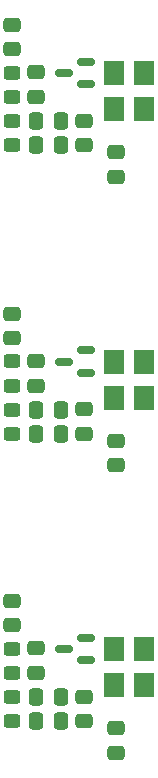
<source format=gbr>
%TF.GenerationSoftware,KiCad,Pcbnew,(6.0.4)*%
%TF.CreationDate,2022-07-15T22:22:15+03:00*%
%TF.ProjectId,panelized,70616e65-6c69-47a6-9564-2e6b69636164,rev?*%
%TF.SameCoordinates,Original*%
%TF.FileFunction,Paste,Top*%
%TF.FilePolarity,Positive*%
%FSLAX46Y46*%
G04 Gerber Fmt 4.6, Leading zero omitted, Abs format (unit mm)*
G04 Created by KiCad (PCBNEW (6.0.4)) date 2022-07-15 22:22:15*
%MOMM*%
%LPD*%
G01*
G04 APERTURE LIST*
G04 Aperture macros list*
%AMRoundRect*
0 Rectangle with rounded corners*
0 $1 Rounding radius*
0 $2 $3 $4 $5 $6 $7 $8 $9 X,Y pos of 4 corners*
0 Add a 4 corners polygon primitive as box body*
4,1,4,$2,$3,$4,$5,$6,$7,$8,$9,$2,$3,0*
0 Add four circle primitives for the rounded corners*
1,1,$1+$1,$2,$3*
1,1,$1+$1,$4,$5*
1,1,$1+$1,$6,$7*
1,1,$1+$1,$8,$9*
0 Add four rect primitives between the rounded corners*
20,1,$1+$1,$2,$3,$4,$5,0*
20,1,$1+$1,$4,$5,$6,$7,0*
20,1,$1+$1,$6,$7,$8,$9,0*
20,1,$1+$1,$8,$9,$2,$3,0*%
G04 Aperture macros list end*
%ADD10RoundRect,0.250000X0.450000X-0.325000X0.450000X0.325000X-0.450000X0.325000X-0.450000X-0.325000X0*%
%ADD11R,1.800000X2.100000*%
%ADD12RoundRect,0.250000X0.337500X0.475000X-0.337500X0.475000X-0.337500X-0.475000X0.337500X-0.475000X0*%
%ADD13RoundRect,0.250000X-0.475000X0.337500X-0.475000X-0.337500X0.475000X-0.337500X0.475000X0.337500X0*%
%ADD14RoundRect,0.150000X0.587500X0.150000X-0.587500X0.150000X-0.587500X-0.150000X0.587500X-0.150000X0*%
%ADD15RoundRect,0.250000X-0.337500X-0.475000X0.337500X-0.475000X0.337500X0.475000X-0.337500X0.475000X0*%
%ADD16RoundRect,0.250000X0.475000X-0.337500X0.475000X0.337500X-0.475000X0.337500X-0.475000X-0.337500X0*%
G04 APERTURE END LIST*
D10*
%TO.C,L1*%
X90300900Y-91734100D03*
X90300900Y-89684100D03*
%TD*%
D11*
%TO.C,Y1*%
X98936900Y-85620100D03*
X98936900Y-88720100D03*
X101436900Y-88720100D03*
X101436900Y-85620100D03*
%TD*%
D12*
%TO.C,C1*%
X94407900Y-91716100D03*
X92332900Y-91716100D03*
%TD*%
D13*
%TO.C,C2*%
X92332900Y-85577100D03*
X92332900Y-87652100D03*
%TD*%
D14*
%TO.C,Q1*%
X96572400Y-86570100D03*
X96572400Y-84670100D03*
X94697400Y-85620100D03*
%TD*%
D15*
%TO.C,RP1*%
X92311400Y-89684100D03*
X94386400Y-89684100D03*
%TD*%
D16*
%TO.C,C3*%
X90300900Y-83631100D03*
X90300900Y-81556100D03*
%TD*%
D10*
%TO.C,L2*%
X90300900Y-87652100D03*
X90300900Y-85602100D03*
%TD*%
D13*
%TO.C,CP1*%
X96396900Y-89662600D03*
X96396900Y-91737600D03*
%TD*%
D16*
%TO.C,R1*%
X99089300Y-94404600D03*
X99089300Y-92329600D03*
%TD*%
D10*
%TO.C,L2*%
X90294045Y-112106376D03*
X90294045Y-110056376D03*
%TD*%
%TO.C,L1*%
X90294045Y-116188376D03*
X90294045Y-114138376D03*
%TD*%
D11*
%TO.C,Y1*%
X98930045Y-110074376D03*
X98930045Y-113174376D03*
X101430045Y-113174376D03*
X101430045Y-110074376D03*
%TD*%
D12*
%TO.C,C1*%
X94401045Y-116170376D03*
X92326045Y-116170376D03*
%TD*%
D13*
%TO.C,CP1*%
X96390045Y-114116876D03*
X96390045Y-116191876D03*
%TD*%
%TO.C,C2*%
X92326045Y-110031376D03*
X92326045Y-112106376D03*
%TD*%
D14*
%TO.C,Q1*%
X96565545Y-111024376D03*
X96565545Y-109124376D03*
X94690545Y-110074376D03*
%TD*%
D16*
%TO.C,R1*%
X99082445Y-118858876D03*
X99082445Y-116783876D03*
%TD*%
D15*
%TO.C,RP1*%
X92304545Y-114138376D03*
X94379545Y-114138376D03*
%TD*%
D16*
%TO.C,C3*%
X90294045Y-108085376D03*
X90294045Y-106010376D03*
%TD*%
D10*
%TO.C,L2*%
X90299300Y-136416950D03*
X90299300Y-134366950D03*
%TD*%
D16*
%TO.C,R1*%
X99087700Y-143169450D03*
X99087700Y-141094450D03*
%TD*%
D14*
%TO.C,Q1*%
X96570800Y-135334950D03*
X96570800Y-133434950D03*
X94695800Y-134384950D03*
%TD*%
D10*
%TO.C,L1*%
X90299300Y-140498950D03*
X90299300Y-138448950D03*
%TD*%
D15*
%TO.C,RP1*%
X92309800Y-138448950D03*
X94384800Y-138448950D03*
%TD*%
D11*
%TO.C,Y1*%
X98935300Y-134384950D03*
X98935300Y-137484950D03*
X101435300Y-137484950D03*
X101435300Y-134384950D03*
%TD*%
D12*
%TO.C,C1*%
X94406300Y-140480950D03*
X92331300Y-140480950D03*
%TD*%
D13*
%TO.C,CP1*%
X96395300Y-138427450D03*
X96395300Y-140502450D03*
%TD*%
%TO.C,C2*%
X92331300Y-134341950D03*
X92331300Y-136416950D03*
%TD*%
D16*
%TO.C,C3*%
X90299300Y-132395950D03*
X90299300Y-130320950D03*
%TD*%
M02*

</source>
